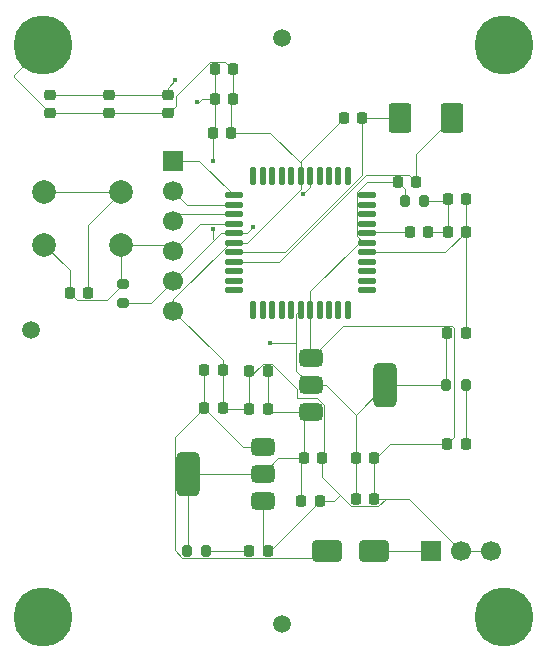
<source format=gbr>
%TF.GenerationSoftware,KiCad,Pcbnew,9.0.5*%
%TF.CreationDate,2025-10-31T15:40:08+01:00*%
%TF.ProjectId,ATMEGA32_evaluation_board,41544d45-4741-4333-925f-6576616c7561,rev?*%
%TF.SameCoordinates,Original*%
%TF.FileFunction,Copper,L1,Top*%
%TF.FilePolarity,Positive*%
%FSLAX46Y46*%
G04 Gerber Fmt 4.6, Leading zero omitted, Abs format (unit mm)*
G04 Created by KiCad (PCBNEW 9.0.5) date 2025-10-31 15:40:08*
%MOMM*%
%LPD*%
G01*
G04 APERTURE LIST*
G04 Aperture macros list*
%AMRoundRect*
0 Rectangle with rounded corners*
0 $1 Rounding radius*
0 $2 $3 $4 $5 $6 $7 $8 $9 X,Y pos of 4 corners*
0 Add a 4 corners polygon primitive as box body*
4,1,4,$2,$3,$4,$5,$6,$7,$8,$9,$2,$3,0*
0 Add four circle primitives for the rounded corners*
1,1,$1+$1,$2,$3*
1,1,$1+$1,$4,$5*
1,1,$1+$1,$6,$7*
1,1,$1+$1,$8,$9*
0 Add four rect primitives between the rounded corners*
20,1,$1+$1,$2,$3,$4,$5,0*
20,1,$1+$1,$4,$5,$6,$7,0*
20,1,$1+$1,$6,$7,$8,$9,0*
20,1,$1+$1,$8,$9,$2,$3,0*%
G04 Aperture macros list end*
%TA.AperFunction,SMDPad,CuDef*%
%ADD10RoundRect,0.225000X-0.225000X-0.250000X0.225000X-0.250000X0.225000X0.250000X-0.225000X0.250000X0*%
%TD*%
%TA.AperFunction,SMDPad,CuDef*%
%ADD11RoundRect,0.375000X-0.625000X-0.375000X0.625000X-0.375000X0.625000X0.375000X-0.625000X0.375000X0*%
%TD*%
%TA.AperFunction,SMDPad,CuDef*%
%ADD12RoundRect,0.500000X-0.500000X-1.400000X0.500000X-1.400000X0.500000X1.400000X-0.500000X1.400000X0*%
%TD*%
%TA.AperFunction,SMDPad,CuDef*%
%ADD13RoundRect,0.225000X0.225000X0.250000X-0.225000X0.250000X-0.225000X-0.250000X0.225000X-0.250000X0*%
%TD*%
%TA.AperFunction,SMDPad,CuDef*%
%ADD14RoundRect,0.200000X-0.200000X-0.275000X0.200000X-0.275000X0.200000X0.275000X-0.200000X0.275000X0*%
%TD*%
%TA.AperFunction,ComponentPad*%
%ADD15C,2.000000*%
%TD*%
%TA.AperFunction,SMDPad,CuDef*%
%ADD16RoundRect,0.200000X0.275000X-0.200000X0.275000X0.200000X-0.275000X0.200000X-0.275000X-0.200000X0*%
%TD*%
%TA.AperFunction,ComponentPad*%
%ADD17C,5.000000*%
%TD*%
%TA.AperFunction,SMDPad,CuDef*%
%ADD18C,1.500000*%
%TD*%
%TA.AperFunction,SMDPad,CuDef*%
%ADD19RoundRect,0.200000X0.200000X0.275000X-0.200000X0.275000X-0.200000X-0.275000X0.200000X-0.275000X0*%
%TD*%
%TA.AperFunction,ComponentPad*%
%ADD20R,1.700000X1.700000*%
%TD*%
%TA.AperFunction,ComponentPad*%
%ADD21C,1.700000*%
%TD*%
%TA.AperFunction,SMDPad,CuDef*%
%ADD22RoundRect,0.375000X0.625000X0.375000X-0.625000X0.375000X-0.625000X-0.375000X0.625000X-0.375000X0*%
%TD*%
%TA.AperFunction,SMDPad,CuDef*%
%ADD23RoundRect,0.500000X0.500000X1.400000X-0.500000X1.400000X-0.500000X-1.400000X0.500000X-1.400000X0*%
%TD*%
%TA.AperFunction,SMDPad,CuDef*%
%ADD24RoundRect,0.250000X-0.700000X-1.000000X0.700000X-1.000000X0.700000X1.000000X-0.700000X1.000000X0*%
%TD*%
%TA.AperFunction,SMDPad,CuDef*%
%ADD25RoundRect,0.218750X-0.218750X-0.256250X0.218750X-0.256250X0.218750X0.256250X-0.218750X0.256250X0*%
%TD*%
%TA.AperFunction,SMDPad,CuDef*%
%ADD26RoundRect,0.225000X-0.250000X0.225000X-0.250000X-0.225000X0.250000X-0.225000X0.250000X0.225000X0*%
%TD*%
%TA.AperFunction,SMDPad,CuDef*%
%ADD27RoundRect,0.218750X0.218750X0.256250X-0.218750X0.256250X-0.218750X-0.256250X0.218750X-0.256250X0*%
%TD*%
%TA.AperFunction,SMDPad,CuDef*%
%ADD28RoundRect,0.250000X-1.000000X-0.650000X1.000000X-0.650000X1.000000X0.650000X-1.000000X0.650000X0*%
%TD*%
%TA.AperFunction,SMDPad,CuDef*%
%ADD29RoundRect,0.137500X-0.600000X-0.137500X0.600000X-0.137500X0.600000X0.137500X-0.600000X0.137500X0*%
%TD*%
%TA.AperFunction,SMDPad,CuDef*%
%ADD30RoundRect,0.137500X-0.137500X-0.600000X0.137500X-0.600000X0.137500X0.600000X-0.137500X0.600000X0*%
%TD*%
%TA.AperFunction,ViaPad*%
%ADD31C,0.400000*%
%TD*%
%TA.AperFunction,Conductor*%
%ADD32C,0.100000*%
%TD*%
G04 APERTURE END LIST*
D10*
%TO.P,C7,1*%
%TO.N,+3V3D*%
X143250000Y-105800000D03*
%TO.P,C7,2*%
%TO.N,GNDD*%
X144800000Y-105800000D03*
%TD*%
D11*
%TO.P,U2,1,GND*%
%TO.N,GNDD*%
X139450000Y-97300000D03*
%TO.P,U2,2,VO*%
%TO.N,+3V3D*%
X139450000Y-99600000D03*
D12*
X145750000Y-99600000D03*
D11*
%TO.P,U2,3,VI*%
%TO.N,+5VD*%
X139450000Y-101900000D03*
%TD*%
D10*
%TO.P,C14,1*%
%TO.N,+3V3D*%
X131315000Y-72820000D03*
%TO.P,C14,2*%
%TO.N,GNDD*%
X132865000Y-72820000D03*
%TD*%
D13*
%TO.P,C13,1*%
%TO.N,Net-(U3-XTAL2)*%
X143800000Y-77000000D03*
%TO.P,C13,2*%
%TO.N,GNDD*%
X142250000Y-77000000D03*
%TD*%
D14*
%TO.P,R2,1*%
%TO.N,+3V3D*%
X150950000Y-99600000D03*
%TO.P,R2,2*%
%TO.N,Net-(D2-A)*%
X152600000Y-99600000D03*
%TD*%
D10*
%TO.P,C16,1*%
%TO.N,+3V3D*%
X131150000Y-78220000D03*
%TO.P,C16,2*%
%TO.N,GNDD*%
X132700000Y-78220000D03*
%TD*%
D15*
%TO.P,SW1,1,1*%
%TO.N,Net-(C20-Pad2)*%
X116900000Y-83200000D03*
X123400000Y-83200000D03*
%TO.P,SW1,2,2*%
%TO.N,RST*%
X116900000Y-87700000D03*
X123400000Y-87700000D03*
%TD*%
D16*
%TO.P,R3,1*%
%TO.N,+3V3D*%
X123600000Y-92650000D03*
%TO.P,R3,2*%
%TO.N,RST*%
X123600000Y-91000000D03*
%TD*%
D17*
%TO.P,H1,1,1*%
%TO.N,GNDD*%
X155800000Y-70800000D03*
%TD*%
%TO.P,H3,1,1*%
%TO.N,GNDD*%
X116800000Y-119200000D03*
%TD*%
D10*
%TO.P,C15,1*%
%TO.N,+3V3D*%
X131315000Y-75330000D03*
%TO.P,C15,2*%
%TO.N,GNDD*%
X132865000Y-75330000D03*
%TD*%
D18*
%TO.P,FID1,*%
%TO.N,*%
X137000000Y-70200000D03*
%TD*%
D19*
%TO.P,R4,1*%
%TO.N,GNDA*%
X149050000Y-84000000D03*
%TO.P,R4,2*%
%TO.N,GNDD*%
X147400000Y-84000000D03*
%TD*%
D18*
%TO.P,FID2,*%
%TO.N,*%
X115800000Y-94900000D03*
%TD*%
D20*
%TO.P,J2,1,Pin_1*%
%TO.N,PB5*%
X127800000Y-80600000D03*
D21*
%TO.P,J2,2,Pin_2*%
%TO.N,PB6*%
X127800000Y-83140000D03*
%TO.P,J2,3,Pin_3*%
%TO.N,PB7*%
X127800000Y-85680000D03*
%TO.P,J2,4,Pin_4*%
%TO.N,RST*%
X127800000Y-88220000D03*
%TO.P,J2,5,Pin_5*%
%TO.N,+3V3D*%
X127800000Y-90760000D03*
%TO.P,J2,6,Pin_6*%
%TO.N,GNDD*%
X127800000Y-93300000D03*
%TD*%
D22*
%TO.P,U1,1,GND*%
%TO.N,GNDD*%
X135400000Y-109400000D03*
%TO.P,U1,2,VO*%
%TO.N,+5VD*%
X135400000Y-107100000D03*
D23*
X129100000Y-107100000D03*
D22*
%TO.P,U1,3,VI*%
%TO.N,Net-(D3-K)*%
X135400000Y-104800000D03*
%TD*%
D24*
%TO.P,Y1,1,1*%
%TO.N,Net-(U3-XTAL2)*%
X147000000Y-77000000D03*
%TO.P,Y1,2,2*%
%TO.N,Net-(U3-XTAL1)*%
X151400000Y-77000000D03*
%TD*%
D10*
%TO.P,C2,1*%
%TO.N,Net-(D3-K)*%
X130450000Y-101500000D03*
%TO.P,C2,2*%
%TO.N,GNDD*%
X132000000Y-101500000D03*
%TD*%
D13*
%TO.P,C10,1*%
%TO.N,+3V3A*%
X152600000Y-86600000D03*
%TO.P,C10,2*%
%TO.N,GNDA*%
X151050000Y-86600000D03*
%TD*%
D10*
%TO.P,C11,1*%
%TO.N,Net-(U3-AREF)*%
X147850000Y-86600000D03*
%TO.P,C11,2*%
%TO.N,GNDA*%
X149400000Y-86600000D03*
%TD*%
D25*
%TO.P,D2,1,K*%
%TO.N,GNDD*%
X151012500Y-104600000D03*
%TO.P,D2,2,A*%
%TO.N,Net-(D2-A)*%
X152587500Y-104600000D03*
%TD*%
D10*
%TO.P,C1,1*%
%TO.N,Net-(D3-K)*%
X130450000Y-98300000D03*
%TO.P,C1,2*%
%TO.N,GNDD*%
X132000000Y-98300000D03*
%TD*%
D26*
%TO.P,C18,1*%
%TO.N,+3V3D*%
X122400000Y-75000000D03*
%TO.P,C18,2*%
%TO.N,GNDD*%
X122400000Y-76550000D03*
%TD*%
D10*
%TO.P,C20,1*%
%TO.N,RST*%
X119050000Y-91800000D03*
%TO.P,C20,2*%
%TO.N,Net-(C20-Pad2)*%
X120600000Y-91800000D03*
%TD*%
D27*
%TO.P,D1,1,K*%
%TO.N,GNDD*%
X135800000Y-113600000D03*
%TO.P,D1,2,A*%
%TO.N,Net-(D1-A)*%
X134225000Y-113600000D03*
%TD*%
D10*
%TO.P,C5,1*%
%TO.N,+5VD*%
X138850000Y-105800000D03*
%TO.P,C5,2*%
%TO.N,GNDD*%
X140400000Y-105800000D03*
%TD*%
D28*
%TO.P,D3,1,K*%
%TO.N,Net-(D3-K)*%
X140800000Y-113600000D03*
%TO.P,D3,2,A*%
%TO.N,+9VD*%
X144800000Y-113600000D03*
%TD*%
D13*
%TO.P,C3,1*%
%TO.N,+5VD*%
X135800000Y-101600000D03*
%TO.P,C3,2*%
%TO.N,GNDD*%
X134250000Y-101600000D03*
%TD*%
D10*
%TO.P,C6,1*%
%TO.N,+5VD*%
X138650000Y-109400000D03*
%TO.P,C6,2*%
%TO.N,GNDD*%
X140200000Y-109400000D03*
%TD*%
D29*
%TO.P,U3,1,PB5*%
%TO.N,PB5*%
X132937500Y-83537500D03*
%TO.P,U3,2,PB6*%
%TO.N,PB6*%
X132937500Y-84337500D03*
%TO.P,U3,3,PB7*%
%TO.N,PB7*%
X132937500Y-85137500D03*
%TO.P,U3,4,~{RESET}*%
%TO.N,RST*%
X132937500Y-85937500D03*
%TO.P,U3,5,VCC*%
%TO.N,+3V3D*%
X132937500Y-86737500D03*
%TO.P,U3,6,GND*%
%TO.N,GNDD*%
X132937500Y-87537500D03*
%TO.P,U3,7,XTAL2*%
%TO.N,Net-(U3-XTAL2)*%
X132937500Y-88337500D03*
%TO.P,U3,8,XTAL1*%
%TO.N,Net-(U3-XTAL1)*%
X132937500Y-89137500D03*
%TO.P,U3,9,PD0*%
%TO.N,PD0{slash}RXD*%
X132937500Y-89937500D03*
%TO.P,U3,10,PD1*%
%TO.N,PD1{slash}TXD*%
X132937500Y-90737500D03*
%TO.P,U3,11,PD2*%
%TO.N,PD2*%
X132937500Y-91537500D03*
D30*
%TO.P,U3,12,PD3*%
%TO.N,PD3*%
X134600000Y-93200000D03*
%TO.P,U3,13,PD4*%
%TO.N,PD4*%
X135400000Y-93200000D03*
%TO.P,U3,14,PD5*%
%TO.N,PD5*%
X136200000Y-93200000D03*
%TO.P,U3,15,PD6*%
%TO.N,PD6*%
X137000000Y-93200000D03*
%TO.P,U3,16,PD7*%
%TO.N,PD7*%
X137800000Y-93200000D03*
%TO.P,U3,17,VCC*%
%TO.N,+3V3D*%
X138600000Y-93200000D03*
%TO.P,U3,18,GND*%
%TO.N,GNDD*%
X139400000Y-93200000D03*
%TO.P,U3,19,PC0*%
%TO.N,PC0{slash}SCL*%
X140200000Y-93200000D03*
%TO.P,U3,20,PC1*%
%TO.N,PC1{slash}SDA*%
X141000000Y-93200000D03*
%TO.P,U3,21,PC2*%
%TO.N,PC2*%
X141800000Y-93200000D03*
%TO.P,U3,22,PC3*%
%TO.N,PC3*%
X142600000Y-93200000D03*
D29*
%TO.P,U3,23,PC4*%
%TO.N,PC4*%
X144262500Y-91537500D03*
%TO.P,U3,24,PC5*%
%TO.N,PC5*%
X144262500Y-90737500D03*
%TO.P,U3,25,PC6*%
%TO.N,PC6*%
X144262500Y-89937500D03*
%TO.P,U3,26,PC7*%
%TO.N,PC7*%
X144262500Y-89137500D03*
%TO.P,U3,27,AVCC*%
%TO.N,+3V3A*%
X144262500Y-88337500D03*
%TO.P,U3,28,GND*%
%TO.N,GNDD*%
X144262500Y-87537500D03*
%TO.P,U3,29,AREF*%
%TO.N,Net-(U3-AREF)*%
X144262500Y-86737500D03*
%TO.P,U3,30,PA7*%
%TO.N,PA7*%
X144262500Y-85937500D03*
%TO.P,U3,31,PA6*%
%TO.N,PA6*%
X144262500Y-85137500D03*
%TO.P,U3,32,PA5*%
%TO.N,PA5*%
X144262500Y-84337500D03*
%TO.P,U3,33,PA4*%
%TO.N,PA4*%
X144262500Y-83537500D03*
D30*
%TO.P,U3,34,PA3*%
%TO.N,PA3*%
X142600000Y-81875000D03*
%TO.P,U3,35,PA2*%
%TO.N,PA2*%
X141800000Y-81875000D03*
%TO.P,U3,36,PA1*%
%TO.N,PA1*%
X141000000Y-81875000D03*
%TO.P,U3,37,PA0*%
%TO.N,PA0*%
X140200000Y-81875000D03*
%TO.P,U3,38,VCC*%
%TO.N,+3V3D*%
X139400000Y-81875000D03*
%TO.P,U3,39,GND*%
%TO.N,GNDD*%
X138600000Y-81875000D03*
%TO.P,U3,40,PB0*%
%TO.N,PB0*%
X137800000Y-81875000D03*
%TO.P,U3,41,PB1*%
%TO.N,PB1*%
X137000000Y-81875000D03*
%TO.P,U3,42,PB2*%
%TO.N,PB2*%
X136200000Y-81875000D03*
%TO.P,U3,43,PB3*%
%TO.N,PB3*%
X135400000Y-81875000D03*
%TO.P,U3,44,PB4*%
%TO.N,PB4*%
X134600000Y-81875000D03*
%TD*%
D10*
%TO.P,C8,1*%
%TO.N,+3V3D*%
X143250000Y-109200000D03*
%TO.P,C8,2*%
%TO.N,GNDD*%
X144800000Y-109200000D03*
%TD*%
D26*
%TO.P,C19,1*%
%TO.N,+3V3D*%
X117400000Y-75025000D03*
%TO.P,C19,2*%
%TO.N,GNDD*%
X117400000Y-76575000D03*
%TD*%
%TO.P,C17,1*%
%TO.N,+3V3D*%
X127400000Y-75000000D03*
%TO.P,C17,2*%
%TO.N,GNDD*%
X127400000Y-76550000D03*
%TD*%
D27*
%TO.P,FB1,1*%
%TO.N,+3V3A*%
X152600000Y-95200000D03*
%TO.P,FB1,2*%
%TO.N,+3V3D*%
X151025000Y-95200000D03*
%TD*%
D18*
%TO.P,FID3,*%
%TO.N,*%
X137000000Y-119800000D03*
%TD*%
D14*
%TO.P,R1,1*%
%TO.N,+5VD*%
X128950000Y-113600000D03*
%TO.P,R1,2*%
%TO.N,Net-(D1-A)*%
X130600000Y-113600000D03*
%TD*%
D13*
%TO.P,C9,1*%
%TO.N,+3V3A*%
X152600000Y-83800000D03*
%TO.P,C9,2*%
%TO.N,GNDA*%
X151050000Y-83800000D03*
%TD*%
D10*
%TO.P,C12,1*%
%TO.N,GNDD*%
X146850000Y-82400000D03*
%TO.P,C12,2*%
%TO.N,Net-(U3-XTAL1)*%
X148400000Y-82400000D03*
%TD*%
D20*
%TO.P,J1,1*%
%TO.N,+9VD*%
X149660000Y-113600000D03*
D21*
%TO.P,J1,2*%
%TO.N,GNDD*%
X152200000Y-113600000D03*
%TO.P,J1,3*%
X154740000Y-113600000D03*
%TD*%
D17*
%TO.P,H2,1,1*%
%TO.N,GNDD*%
X155800000Y-119200000D03*
%TD*%
%TO.P,H4,1,1*%
%TO.N,GNDD*%
X116800000Y-70800000D03*
%TD*%
D13*
%TO.P,C4,1*%
%TO.N,+5VD*%
X135800000Y-98400000D03*
%TO.P,C4,2*%
%TO.N,GNDD*%
X134250000Y-98400000D03*
%TD*%
D31*
%TO.N,+3V3D*%
X134600000Y-86200000D03*
X131200000Y-86400000D03*
X138800000Y-83400000D03*
X136000000Y-96000000D03*
X131200000Y-80600000D03*
X129800000Y-75600000D03*
X128000000Y-73800000D03*
%TD*%
D32*
%TO.N,Net-(D1-A)*%
X134225000Y-113600000D02*
X130600000Y-113600000D01*
%TO.N,+5VD*%
X138850000Y-102500000D02*
X139450000Y-101900000D01*
X136700000Y-105800000D02*
X135400000Y-107100000D01*
X129100000Y-113450000D02*
X128950000Y-113600000D01*
X129100000Y-107100000D02*
X129100000Y-113450000D01*
X138650000Y-106000000D02*
X138850000Y-105800000D01*
X138850000Y-105800000D02*
X136700000Y-105800000D01*
X136100000Y-101900000D02*
X135800000Y-101600000D01*
X129100000Y-107100000D02*
X135400000Y-107100000D01*
X139450000Y-101900000D02*
X136100000Y-101900000D01*
X135800000Y-101600000D02*
X135800000Y-98400000D01*
X138850000Y-105800000D02*
X138850000Y-102500000D01*
X138650000Y-109400000D02*
X138650000Y-106000000D01*
%TO.N,+3V3D*%
X131315000Y-72820000D02*
X131315000Y-75330000D01*
X131280000Y-87280000D02*
X131822500Y-86737500D01*
X123600000Y-92650000D02*
X125910000Y-92650000D01*
X131200000Y-87200000D02*
X131280000Y-87280000D01*
X127800000Y-90760000D02*
X131280000Y-87280000D01*
X138226000Y-96000000D02*
X138226000Y-93574000D01*
X131150000Y-78220000D02*
X131150000Y-80550000D01*
X131822500Y-86737500D02*
X132937500Y-86737500D01*
X139450000Y-99600000D02*
X138226000Y-98376000D01*
X150950000Y-99600000D02*
X145750000Y-99600000D01*
X138226000Y-93574000D02*
X138600000Y-93200000D01*
X122400000Y-75000000D02*
X127400000Y-75000000D01*
X143250000Y-105800000D02*
X143250000Y-109200000D01*
X143250000Y-105800000D02*
X143250000Y-102100000D01*
X130270000Y-75330000D02*
X131315000Y-75330000D01*
X132937500Y-86737500D02*
X134062500Y-86737500D01*
X129800000Y-75600000D02*
X130000000Y-75600000D01*
X134062500Y-86737500D02*
X134600000Y-86200000D01*
X125910000Y-92650000D02*
X127800000Y-90760000D01*
X127400000Y-75000000D02*
X127400000Y-74400000D01*
X127400000Y-74400000D02*
X128000000Y-73800000D01*
X136000000Y-96000000D02*
X138226000Y-96000000D01*
X122375000Y-75025000D02*
X122400000Y-75000000D01*
X143250000Y-102100000D02*
X145750000Y-99600000D01*
X139400000Y-82800000D02*
X139400000Y-81875000D01*
X139450000Y-99600000D02*
X140750000Y-99600000D01*
X140750000Y-99600000D02*
X143250000Y-102100000D01*
X131200000Y-86400000D02*
X131200000Y-87200000D01*
X138226000Y-98376000D02*
X138226000Y-96000000D01*
X130000000Y-75600000D02*
X130270000Y-75330000D01*
X138800000Y-83400000D02*
X139400000Y-82800000D01*
X131315000Y-78055000D02*
X131150000Y-78220000D01*
X150950000Y-99600000D02*
X150950000Y-95275000D01*
X117400000Y-75025000D02*
X122375000Y-75025000D01*
X150950000Y-95275000D02*
X151025000Y-95200000D01*
X131150000Y-80550000D02*
X131200000Y-80600000D01*
X131315000Y-75330000D02*
X131315000Y-78055000D01*
%TO.N,Net-(D2-A)*%
X152587500Y-99612500D02*
X152600000Y-99600000D01*
X152587500Y-104600000D02*
X152587500Y-99612500D01*
%TO.N,RST*%
X119050000Y-91800000D02*
X119676000Y-92426000D01*
X127280000Y-87700000D02*
X127800000Y-88220000D01*
X119050000Y-89850000D02*
X119050000Y-91800000D01*
X127800000Y-88220000D02*
X130082500Y-85937500D01*
X116900000Y-87700000D02*
X119050000Y-89850000D01*
X123400000Y-90800000D02*
X123400000Y-87700000D01*
X119676000Y-92426000D02*
X122174000Y-92426000D01*
X122174000Y-92426000D02*
X123600000Y-91000000D01*
X123400000Y-87700000D02*
X127280000Y-87700000D01*
X130082500Y-85937500D02*
X132937500Y-85937500D01*
X123600000Y-91000000D02*
X123400000Y-90800000D01*
%TO.N,GNDD*%
X141918511Y-108881489D02*
X142863022Y-109826000D01*
X114300001Y-73475001D02*
X114300001Y-73299999D01*
X136020000Y-78220000D02*
X138600000Y-80800000D01*
X138600000Y-80650000D02*
X138600000Y-80800000D01*
X127800000Y-92325688D02*
X132588188Y-87537500D01*
X140601000Y-105599000D02*
X140400000Y-105800000D01*
X143913188Y-87537500D02*
X144262500Y-87537500D01*
X132000000Y-101500000D02*
X132100000Y-101500000D01*
X141400000Y-109400000D02*
X141918511Y-108881489D01*
X143374000Y-86998312D02*
X143913188Y-87537500D01*
X132100000Y-98400000D02*
X132000000Y-98300000D01*
X147400000Y-84000000D02*
X147400000Y-82950000D01*
X144250688Y-82400000D02*
X143374000Y-83276688D01*
X132200000Y-101600000D02*
X134250000Y-101600000D01*
X117400000Y-76575000D02*
X114300001Y-73475001D01*
X139400000Y-93200000D02*
X139400000Y-97250000D01*
X132865000Y-75330000D02*
X132865000Y-75465000D01*
X139400000Y-93200000D02*
X139400000Y-91662501D01*
X140200000Y-109400000D02*
X141400000Y-109400000D01*
X136000000Y-113600000D02*
X140200000Y-109400000D01*
X139400000Y-97250000D02*
X139450000Y-97300000D01*
X138299000Y-99886022D02*
X138299000Y-100690876D01*
X151012500Y-104600000D02*
X151613500Y-103999000D01*
X132588188Y-87537500D02*
X132937500Y-87537500D01*
X128026000Y-75924000D02*
X128026000Y-75096022D01*
X143374000Y-83276688D02*
X143374000Y-86998312D01*
X114300001Y-73299999D02*
X116800000Y-70800000D01*
X117400000Y-76575000D02*
X122375000Y-76575000D01*
X135413022Y-97774000D02*
X136186978Y-97774000D01*
X139400000Y-91662501D02*
X143525001Y-87537500D01*
X127400000Y-76550000D02*
X128026000Y-75924000D01*
X143525001Y-87537500D02*
X144262500Y-87537500D01*
X140400000Y-107362978D02*
X141918511Y-108881489D01*
X134250000Y-98937022D02*
X135413022Y-97774000D01*
X138600000Y-82972312D02*
X134034812Y-87537500D01*
X151402968Y-94574000D02*
X142176000Y-94574000D01*
X138299000Y-100690876D02*
X139984752Y-100690876D01*
X132700000Y-78220000D02*
X136020000Y-78220000D01*
X140601000Y-101307124D02*
X140601000Y-105599000D01*
X144800000Y-109200000D02*
X144800000Y-105800000D01*
X139984752Y-100690876D02*
X140601000Y-101307124D01*
X142176000Y-94574000D02*
X139450000Y-97300000D01*
X145800000Y-109200000D02*
X144800000Y-109200000D01*
X132000000Y-98300000D02*
X132000000Y-97500000D01*
X151613500Y-94784532D02*
X151402968Y-94574000D01*
X152200000Y-113600000D02*
X147800000Y-109200000D01*
X134250000Y-101600000D02*
X134250000Y-98937022D01*
X122400000Y-76550000D02*
X127400000Y-76550000D01*
X135400000Y-109400000D02*
X135400000Y-113200000D01*
X130928022Y-72194000D02*
X132239000Y-72194000D01*
X151613500Y-103999000D02*
X151613500Y-94784532D01*
X142863022Y-109826000D02*
X145174000Y-109826000D01*
X145174000Y-109826000D02*
X145800000Y-109200000D01*
X132865000Y-75465000D02*
X132700000Y-75630000D01*
X142250000Y-77000000D02*
X138600000Y-80650000D01*
X146200000Y-104600000D02*
X151012500Y-104600000D01*
X132700000Y-75630000D02*
X132700000Y-78220000D01*
X135400000Y-113200000D02*
X135800000Y-113600000D01*
X132865000Y-72820000D02*
X132865000Y-75330000D01*
X132239000Y-72194000D02*
X132865000Y-72820000D01*
X135800000Y-113600000D02*
X136000000Y-113600000D01*
X134034812Y-87537500D02*
X132937500Y-87537500D01*
X132000000Y-98300000D02*
X132000000Y-101500000D01*
X145000000Y-105800000D02*
X146200000Y-104600000D01*
X136186978Y-97774000D02*
X138299000Y-99886022D01*
X146850000Y-82400000D02*
X144250688Y-82400000D01*
X138600000Y-80800000D02*
X138600000Y-81875000D01*
X127800000Y-93300000D02*
X127800000Y-92325688D01*
X147400000Y-82950000D02*
X146850000Y-82400000D01*
X140400000Y-105800000D02*
X140400000Y-107362978D01*
X122375000Y-76575000D02*
X122400000Y-76550000D01*
X147800000Y-109200000D02*
X145800000Y-109200000D01*
X144800000Y-105800000D02*
X145000000Y-105800000D01*
X138600000Y-81875000D02*
X138600000Y-82972312D01*
X132100000Y-101500000D02*
X132200000Y-101600000D01*
X152200000Y-113600000D02*
X154740000Y-113600000D01*
X132000000Y-97500000D02*
X127800000Y-93300000D01*
X128026000Y-75096022D02*
X130928022Y-72194000D01*
%TO.N,Net-(D3-K)*%
X128599068Y-114226000D02*
X140174000Y-114226000D01*
X127949000Y-104001000D02*
X127949000Y-113575932D01*
X127949000Y-113575932D02*
X128599068Y-114226000D01*
X140800000Y-113000000D02*
X140800000Y-113600000D01*
X133750000Y-104800000D02*
X135400000Y-104800000D01*
X130450000Y-98300000D02*
X130450000Y-101500000D01*
X130450000Y-101500000D02*
X127949000Y-104001000D01*
X140174000Y-114226000D02*
X140800000Y-113600000D01*
X130450000Y-101500000D02*
X133750000Y-104800000D01*
%TO.N,PB5*%
X130000000Y-80600000D02*
X132937500Y-83537500D01*
X127800000Y-80600000D02*
X130000000Y-80600000D01*
%TO.N,Net-(U3-XTAL1)*%
X144134568Y-81774000D02*
X136771068Y-89137500D01*
X148400000Y-82400000D02*
X147774000Y-81774000D01*
X136771068Y-89137500D02*
X132937500Y-89137500D01*
X147774000Y-81774000D02*
X144134568Y-81774000D01*
X148400000Y-80000000D02*
X151400000Y-77000000D01*
X148400000Y-82400000D02*
X148400000Y-80000000D01*
%TO.N,Net-(U3-XTAL2)*%
X143800000Y-81824312D02*
X137286812Y-88337500D01*
X137286812Y-88337500D02*
X132937500Y-88337500D01*
X147000000Y-77000000D02*
X143800000Y-77000000D01*
X143800000Y-77000000D02*
X143800000Y-81824312D01*
%TO.N,PB7*%
X128342500Y-85137500D02*
X132937500Y-85137500D01*
X127800000Y-85680000D02*
X128342500Y-85137500D01*
%TO.N,Net-(U3-AREF)*%
X144400000Y-86600000D02*
X144262500Y-86737500D01*
X147850000Y-86600000D02*
X144400000Y-86600000D01*
%TO.N,+3V3A*%
X152600000Y-86600000D02*
X150862500Y-88337500D01*
X152600000Y-83800000D02*
X152600000Y-86600000D01*
X152600000Y-95200000D02*
X152600000Y-86600000D01*
X150862500Y-88337500D02*
X144262500Y-88337500D01*
%TO.N,PB6*%
X127800000Y-83140000D02*
X128997500Y-84337500D01*
X128997500Y-84337500D02*
X132937500Y-84337500D01*
%TO.N,+9VD*%
X149660000Y-113600000D02*
X144800000Y-113600000D01*
%TO.N,Net-(C20-Pad2)*%
X116900000Y-83200000D02*
X123400000Y-83200000D01*
X120600000Y-91800000D02*
X120600000Y-86000000D01*
X120600000Y-86000000D02*
X123400000Y-83200000D01*
%TO.N,GNDA*%
X151050000Y-86600000D02*
X151050000Y-83800000D01*
X149400000Y-86600000D02*
X151050000Y-86600000D01*
X149050000Y-84000000D02*
X150850000Y-84000000D01*
X150850000Y-84000000D02*
X151050000Y-83800000D01*
%TD*%
M02*

</source>
